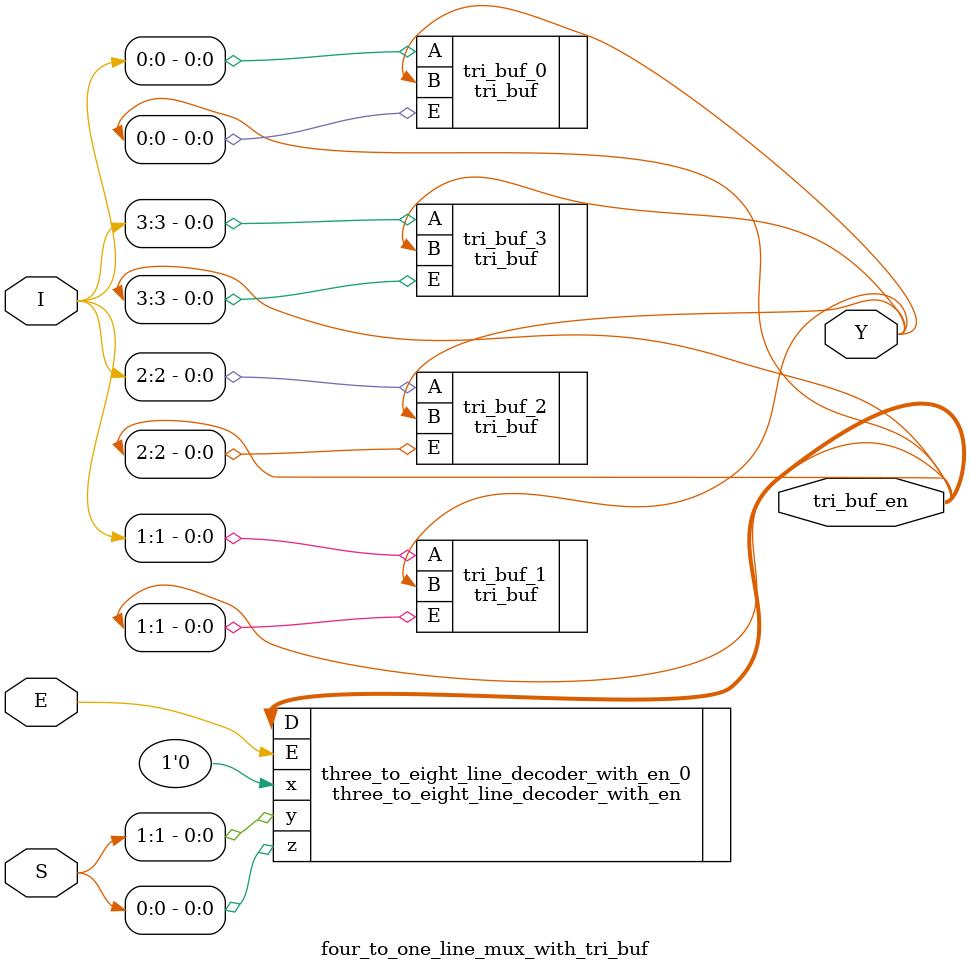
<source format=v>
module four_to_one_line_mux_with_tri_buf (
    I,
    S,
    E,
    tri_buf_en,
    Y
);
    input [3:0] I;
    input [1:0] S;
    input E;
    output Y;
    output [3:0] tri_buf_en;

    wire [3:0] tri_buf_en;

    three_to_eight_line_decoder_with_en three_to_eight_line_decoder_with_en_0 (
        .x (1'b0),
        .y (S[1]),
        .z (S[0]),
        .E (E),
        .D (tri_buf_en)
    );

    tri_buf tri_buf_0 (
        .A (I[0]),
        .E (tri_buf_en[0]),
        .B (Y)
    );

    tri_buf tri_buf_1 (
        .A (I[1]),
        .E (tri_buf_en[1]),
        .B (Y)
    );

    tri_buf tri_buf_2 (
        .A (I[2]),
        .E (tri_buf_en[2]),
        .B (Y)
    );

    tri_buf tri_buf_3 (
        .A (I[3]),
        .E (tri_buf_en[3]),
        .B (Y)
    );
endmodule

</source>
